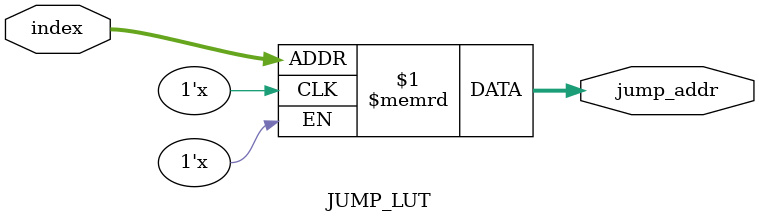
<source format=sv>
module JUMP_LUT (
  input       [ 7:0] index,	   // target 4 values
  output logic[7:0] jump_addr);
 
  logic[7:0] core[2**8];
  assign jump_addr = core[index];
 
 /*always_comb case(jump_addr)
	0: jump_addr = 00001111;   // go back 5 spaces
	1: jump_addr = 00001110;   // go ahead 20 spaces
	2: jump_addr = 00001100;  // go back 1 space   1111_1111_1111
	default: jump_addr = 'b0;  // hold PC  
  endcase*/

endmodule
</source>
